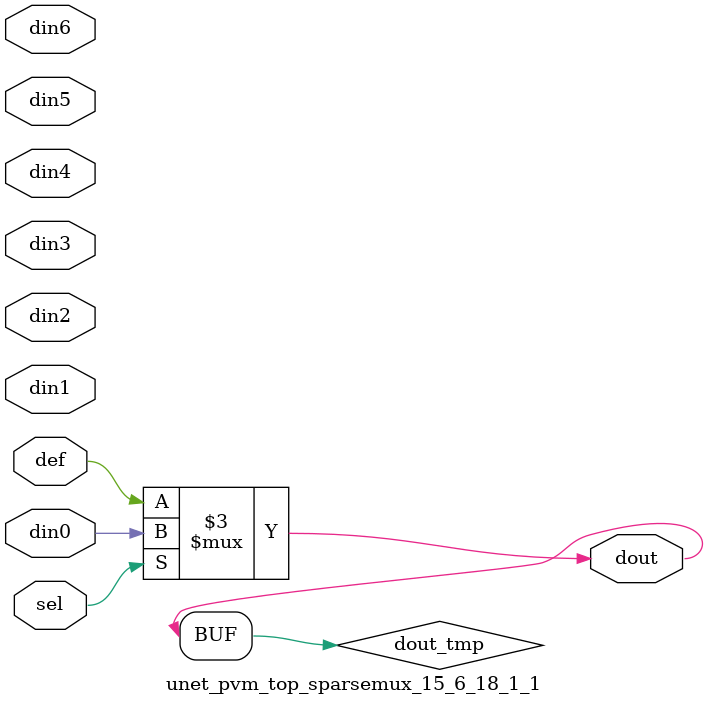
<source format=v>
`timescale 1ns / 1ps

module unet_pvm_top_sparsemux_15_6_18_1_1 (din0,din1,din2,din3,din4,din5,din6,def,sel,dout);

parameter din0_WIDTH = 1;

parameter din1_WIDTH = 1;

parameter din2_WIDTH = 1;

parameter din3_WIDTH = 1;

parameter din4_WIDTH = 1;

parameter din5_WIDTH = 1;

parameter din6_WIDTH = 1;

parameter def_WIDTH = 1;
parameter sel_WIDTH = 1;
parameter dout_WIDTH = 1;

parameter [sel_WIDTH-1:0] CASE0 = 1;

parameter [sel_WIDTH-1:0] CASE1 = 1;

parameter [sel_WIDTH-1:0] CASE2 = 1;

parameter [sel_WIDTH-1:0] CASE3 = 1;

parameter [sel_WIDTH-1:0] CASE4 = 1;

parameter [sel_WIDTH-1:0] CASE5 = 1;

parameter [sel_WIDTH-1:0] CASE6 = 1;

parameter ID = 1;
parameter NUM_STAGE = 1;



input [din0_WIDTH-1:0] din0;

input [din1_WIDTH-1:0] din1;

input [din2_WIDTH-1:0] din2;

input [din3_WIDTH-1:0] din3;

input [din4_WIDTH-1:0] din4;

input [din5_WIDTH-1:0] din5;

input [din6_WIDTH-1:0] din6;

input [def_WIDTH-1:0] def;
input [sel_WIDTH-1:0] sel;

output [dout_WIDTH-1:0] dout;



reg [dout_WIDTH-1:0] dout_tmp;


always @ (*) begin
(* parallel_case *) case (sel)
    
    CASE0 : dout_tmp = din0;
    
    CASE1 : dout_tmp = din1;
    
    CASE2 : dout_tmp = din2;
    
    CASE3 : dout_tmp = din3;
    
    CASE4 : dout_tmp = din4;
    
    CASE5 : dout_tmp = din5;
    
    CASE6 : dout_tmp = din6;
    
    default : dout_tmp = def;
endcase
end


assign dout = dout_tmp;



endmodule

</source>
